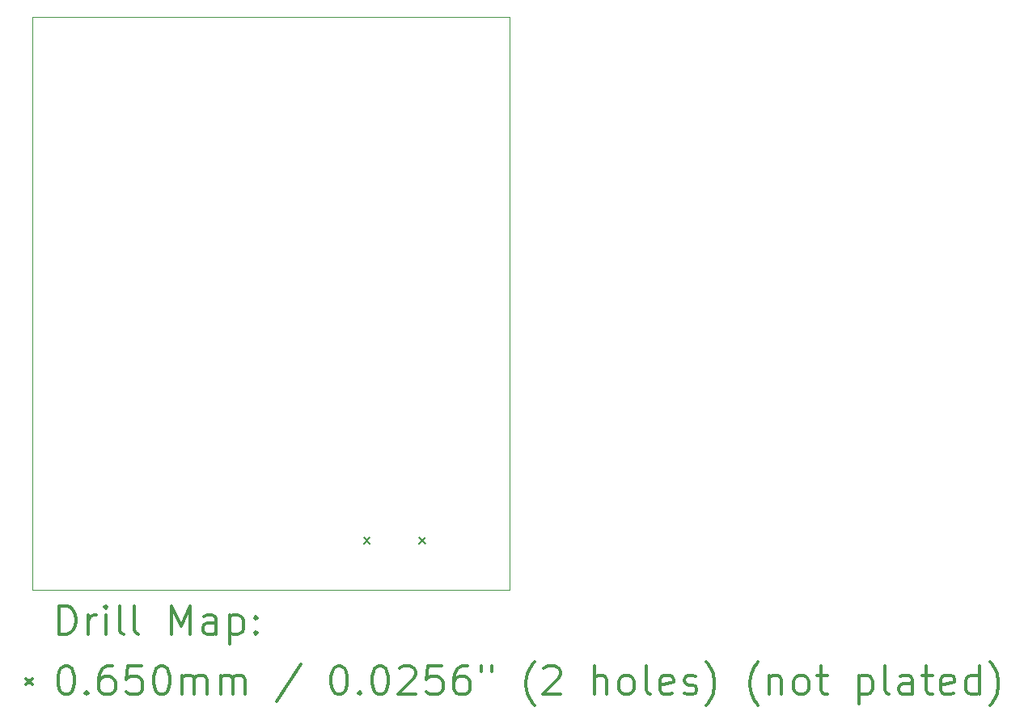
<source format=gbr>
%FSLAX45Y45*%
G04 Gerber Fmt 4.5, Leading zero omitted, Abs format (unit mm)*
G04 Created by KiCad (PCBNEW (5.1.10)-1) date 2021-10-24 18:32:05*
%MOMM*%
%LPD*%
G01*
G04 APERTURE LIST*
%TA.AperFunction,Profile*%
%ADD10C,0.038100*%
%TD*%
%ADD11C,0.200000*%
%ADD12C,0.300000*%
G04 APERTURE END LIST*
D10*
X11663400Y-13305760D02*
X11663400Y-7305760D01*
X16663400Y-13305760D02*
X11663400Y-13305760D01*
X16663400Y-7305760D02*
X16663400Y-13305760D01*
X11663400Y-7305760D02*
X16663400Y-7305760D01*
D11*
X15133500Y-12760000D02*
X15198500Y-12825000D01*
X15198500Y-12760000D02*
X15133500Y-12825000D01*
X15711500Y-12760000D02*
X15776500Y-12825000D01*
X15776500Y-12760000D02*
X15711500Y-12825000D01*
D12*
X11947923Y-13773379D02*
X11947923Y-13473379D01*
X12019352Y-13473379D01*
X12062209Y-13487665D01*
X12090781Y-13516236D01*
X12105066Y-13544808D01*
X12119352Y-13601951D01*
X12119352Y-13644808D01*
X12105066Y-13701951D01*
X12090781Y-13730522D01*
X12062209Y-13759094D01*
X12019352Y-13773379D01*
X11947923Y-13773379D01*
X12247923Y-13773379D02*
X12247923Y-13573379D01*
X12247923Y-13630522D02*
X12262209Y-13601951D01*
X12276495Y-13587665D01*
X12305066Y-13573379D01*
X12333638Y-13573379D01*
X12433638Y-13773379D02*
X12433638Y-13573379D01*
X12433638Y-13473379D02*
X12419352Y-13487665D01*
X12433638Y-13501951D01*
X12447923Y-13487665D01*
X12433638Y-13473379D01*
X12433638Y-13501951D01*
X12619352Y-13773379D02*
X12590781Y-13759094D01*
X12576495Y-13730522D01*
X12576495Y-13473379D01*
X12776495Y-13773379D02*
X12747923Y-13759094D01*
X12733638Y-13730522D01*
X12733638Y-13473379D01*
X13119352Y-13773379D02*
X13119352Y-13473379D01*
X13219352Y-13687665D01*
X13319352Y-13473379D01*
X13319352Y-13773379D01*
X13590781Y-13773379D02*
X13590781Y-13616236D01*
X13576495Y-13587665D01*
X13547923Y-13573379D01*
X13490781Y-13573379D01*
X13462209Y-13587665D01*
X13590781Y-13759094D02*
X13562209Y-13773379D01*
X13490781Y-13773379D01*
X13462209Y-13759094D01*
X13447923Y-13730522D01*
X13447923Y-13701951D01*
X13462209Y-13673379D01*
X13490781Y-13659094D01*
X13562209Y-13659094D01*
X13590781Y-13644808D01*
X13733638Y-13573379D02*
X13733638Y-13873379D01*
X13733638Y-13587665D02*
X13762209Y-13573379D01*
X13819352Y-13573379D01*
X13847923Y-13587665D01*
X13862209Y-13601951D01*
X13876495Y-13630522D01*
X13876495Y-13716236D01*
X13862209Y-13744808D01*
X13847923Y-13759094D01*
X13819352Y-13773379D01*
X13762209Y-13773379D01*
X13733638Y-13759094D01*
X14005066Y-13744808D02*
X14019352Y-13759094D01*
X14005066Y-13773379D01*
X13990781Y-13759094D01*
X14005066Y-13744808D01*
X14005066Y-13773379D01*
X14005066Y-13587665D02*
X14019352Y-13601951D01*
X14005066Y-13616236D01*
X13990781Y-13601951D01*
X14005066Y-13587665D01*
X14005066Y-13616236D01*
X11596495Y-14235165D02*
X11661495Y-14300165D01*
X11661495Y-14235165D02*
X11596495Y-14300165D01*
X12005066Y-14103379D02*
X12033638Y-14103379D01*
X12062209Y-14117665D01*
X12076495Y-14131951D01*
X12090781Y-14160522D01*
X12105066Y-14217665D01*
X12105066Y-14289094D01*
X12090781Y-14346236D01*
X12076495Y-14374808D01*
X12062209Y-14389094D01*
X12033638Y-14403379D01*
X12005066Y-14403379D01*
X11976495Y-14389094D01*
X11962209Y-14374808D01*
X11947923Y-14346236D01*
X11933638Y-14289094D01*
X11933638Y-14217665D01*
X11947923Y-14160522D01*
X11962209Y-14131951D01*
X11976495Y-14117665D01*
X12005066Y-14103379D01*
X12233638Y-14374808D02*
X12247923Y-14389094D01*
X12233638Y-14403379D01*
X12219352Y-14389094D01*
X12233638Y-14374808D01*
X12233638Y-14403379D01*
X12505066Y-14103379D02*
X12447923Y-14103379D01*
X12419352Y-14117665D01*
X12405066Y-14131951D01*
X12376495Y-14174808D01*
X12362209Y-14231951D01*
X12362209Y-14346236D01*
X12376495Y-14374808D01*
X12390781Y-14389094D01*
X12419352Y-14403379D01*
X12476495Y-14403379D01*
X12505066Y-14389094D01*
X12519352Y-14374808D01*
X12533638Y-14346236D01*
X12533638Y-14274808D01*
X12519352Y-14246236D01*
X12505066Y-14231951D01*
X12476495Y-14217665D01*
X12419352Y-14217665D01*
X12390781Y-14231951D01*
X12376495Y-14246236D01*
X12362209Y-14274808D01*
X12805066Y-14103379D02*
X12662209Y-14103379D01*
X12647923Y-14246236D01*
X12662209Y-14231951D01*
X12690781Y-14217665D01*
X12762209Y-14217665D01*
X12790781Y-14231951D01*
X12805066Y-14246236D01*
X12819352Y-14274808D01*
X12819352Y-14346236D01*
X12805066Y-14374808D01*
X12790781Y-14389094D01*
X12762209Y-14403379D01*
X12690781Y-14403379D01*
X12662209Y-14389094D01*
X12647923Y-14374808D01*
X13005066Y-14103379D02*
X13033638Y-14103379D01*
X13062209Y-14117665D01*
X13076495Y-14131951D01*
X13090781Y-14160522D01*
X13105066Y-14217665D01*
X13105066Y-14289094D01*
X13090781Y-14346236D01*
X13076495Y-14374808D01*
X13062209Y-14389094D01*
X13033638Y-14403379D01*
X13005066Y-14403379D01*
X12976495Y-14389094D01*
X12962209Y-14374808D01*
X12947923Y-14346236D01*
X12933638Y-14289094D01*
X12933638Y-14217665D01*
X12947923Y-14160522D01*
X12962209Y-14131951D01*
X12976495Y-14117665D01*
X13005066Y-14103379D01*
X13233638Y-14403379D02*
X13233638Y-14203379D01*
X13233638Y-14231951D02*
X13247923Y-14217665D01*
X13276495Y-14203379D01*
X13319352Y-14203379D01*
X13347923Y-14217665D01*
X13362209Y-14246236D01*
X13362209Y-14403379D01*
X13362209Y-14246236D02*
X13376495Y-14217665D01*
X13405066Y-14203379D01*
X13447923Y-14203379D01*
X13476495Y-14217665D01*
X13490781Y-14246236D01*
X13490781Y-14403379D01*
X13633638Y-14403379D02*
X13633638Y-14203379D01*
X13633638Y-14231951D02*
X13647923Y-14217665D01*
X13676495Y-14203379D01*
X13719352Y-14203379D01*
X13747923Y-14217665D01*
X13762209Y-14246236D01*
X13762209Y-14403379D01*
X13762209Y-14246236D02*
X13776495Y-14217665D01*
X13805066Y-14203379D01*
X13847923Y-14203379D01*
X13876495Y-14217665D01*
X13890781Y-14246236D01*
X13890781Y-14403379D01*
X14476495Y-14089094D02*
X14219352Y-14474808D01*
X14862209Y-14103379D02*
X14890781Y-14103379D01*
X14919352Y-14117665D01*
X14933638Y-14131951D01*
X14947923Y-14160522D01*
X14962209Y-14217665D01*
X14962209Y-14289094D01*
X14947923Y-14346236D01*
X14933638Y-14374808D01*
X14919352Y-14389094D01*
X14890781Y-14403379D01*
X14862209Y-14403379D01*
X14833638Y-14389094D01*
X14819352Y-14374808D01*
X14805066Y-14346236D01*
X14790781Y-14289094D01*
X14790781Y-14217665D01*
X14805066Y-14160522D01*
X14819352Y-14131951D01*
X14833638Y-14117665D01*
X14862209Y-14103379D01*
X15090781Y-14374808D02*
X15105066Y-14389094D01*
X15090781Y-14403379D01*
X15076495Y-14389094D01*
X15090781Y-14374808D01*
X15090781Y-14403379D01*
X15290781Y-14103379D02*
X15319352Y-14103379D01*
X15347923Y-14117665D01*
X15362209Y-14131951D01*
X15376495Y-14160522D01*
X15390781Y-14217665D01*
X15390781Y-14289094D01*
X15376495Y-14346236D01*
X15362209Y-14374808D01*
X15347923Y-14389094D01*
X15319352Y-14403379D01*
X15290781Y-14403379D01*
X15262209Y-14389094D01*
X15247923Y-14374808D01*
X15233638Y-14346236D01*
X15219352Y-14289094D01*
X15219352Y-14217665D01*
X15233638Y-14160522D01*
X15247923Y-14131951D01*
X15262209Y-14117665D01*
X15290781Y-14103379D01*
X15505066Y-14131951D02*
X15519352Y-14117665D01*
X15547923Y-14103379D01*
X15619352Y-14103379D01*
X15647923Y-14117665D01*
X15662209Y-14131951D01*
X15676495Y-14160522D01*
X15676495Y-14189094D01*
X15662209Y-14231951D01*
X15490781Y-14403379D01*
X15676495Y-14403379D01*
X15947923Y-14103379D02*
X15805066Y-14103379D01*
X15790781Y-14246236D01*
X15805066Y-14231951D01*
X15833638Y-14217665D01*
X15905066Y-14217665D01*
X15933638Y-14231951D01*
X15947923Y-14246236D01*
X15962209Y-14274808D01*
X15962209Y-14346236D01*
X15947923Y-14374808D01*
X15933638Y-14389094D01*
X15905066Y-14403379D01*
X15833638Y-14403379D01*
X15805066Y-14389094D01*
X15790781Y-14374808D01*
X16219352Y-14103379D02*
X16162209Y-14103379D01*
X16133638Y-14117665D01*
X16119352Y-14131951D01*
X16090781Y-14174808D01*
X16076495Y-14231951D01*
X16076495Y-14346236D01*
X16090781Y-14374808D01*
X16105066Y-14389094D01*
X16133638Y-14403379D01*
X16190781Y-14403379D01*
X16219352Y-14389094D01*
X16233638Y-14374808D01*
X16247923Y-14346236D01*
X16247923Y-14274808D01*
X16233638Y-14246236D01*
X16219352Y-14231951D01*
X16190781Y-14217665D01*
X16133638Y-14217665D01*
X16105066Y-14231951D01*
X16090781Y-14246236D01*
X16076495Y-14274808D01*
X16362209Y-14103379D02*
X16362209Y-14160522D01*
X16476495Y-14103379D02*
X16476495Y-14160522D01*
X16919352Y-14517665D02*
X16905066Y-14503379D01*
X16876495Y-14460522D01*
X16862209Y-14431951D01*
X16847923Y-14389094D01*
X16833638Y-14317665D01*
X16833638Y-14260522D01*
X16847923Y-14189094D01*
X16862209Y-14146236D01*
X16876495Y-14117665D01*
X16905066Y-14074808D01*
X16919352Y-14060522D01*
X17019352Y-14131951D02*
X17033638Y-14117665D01*
X17062209Y-14103379D01*
X17133638Y-14103379D01*
X17162209Y-14117665D01*
X17176495Y-14131951D01*
X17190781Y-14160522D01*
X17190781Y-14189094D01*
X17176495Y-14231951D01*
X17005066Y-14403379D01*
X17190781Y-14403379D01*
X17547923Y-14403379D02*
X17547923Y-14103379D01*
X17676495Y-14403379D02*
X17676495Y-14246236D01*
X17662209Y-14217665D01*
X17633638Y-14203379D01*
X17590781Y-14203379D01*
X17562209Y-14217665D01*
X17547923Y-14231951D01*
X17862209Y-14403379D02*
X17833638Y-14389094D01*
X17819352Y-14374808D01*
X17805066Y-14346236D01*
X17805066Y-14260522D01*
X17819352Y-14231951D01*
X17833638Y-14217665D01*
X17862209Y-14203379D01*
X17905066Y-14203379D01*
X17933638Y-14217665D01*
X17947923Y-14231951D01*
X17962209Y-14260522D01*
X17962209Y-14346236D01*
X17947923Y-14374808D01*
X17933638Y-14389094D01*
X17905066Y-14403379D01*
X17862209Y-14403379D01*
X18133638Y-14403379D02*
X18105066Y-14389094D01*
X18090781Y-14360522D01*
X18090781Y-14103379D01*
X18362209Y-14389094D02*
X18333638Y-14403379D01*
X18276495Y-14403379D01*
X18247923Y-14389094D01*
X18233638Y-14360522D01*
X18233638Y-14246236D01*
X18247923Y-14217665D01*
X18276495Y-14203379D01*
X18333638Y-14203379D01*
X18362209Y-14217665D01*
X18376495Y-14246236D01*
X18376495Y-14274808D01*
X18233638Y-14303379D01*
X18490781Y-14389094D02*
X18519352Y-14403379D01*
X18576495Y-14403379D01*
X18605066Y-14389094D01*
X18619352Y-14360522D01*
X18619352Y-14346236D01*
X18605066Y-14317665D01*
X18576495Y-14303379D01*
X18533638Y-14303379D01*
X18505066Y-14289094D01*
X18490781Y-14260522D01*
X18490781Y-14246236D01*
X18505066Y-14217665D01*
X18533638Y-14203379D01*
X18576495Y-14203379D01*
X18605066Y-14217665D01*
X18719352Y-14517665D02*
X18733638Y-14503379D01*
X18762209Y-14460522D01*
X18776495Y-14431951D01*
X18790781Y-14389094D01*
X18805066Y-14317665D01*
X18805066Y-14260522D01*
X18790781Y-14189094D01*
X18776495Y-14146236D01*
X18762209Y-14117665D01*
X18733638Y-14074808D01*
X18719352Y-14060522D01*
X19262209Y-14517665D02*
X19247923Y-14503379D01*
X19219352Y-14460522D01*
X19205066Y-14431951D01*
X19190781Y-14389094D01*
X19176495Y-14317665D01*
X19176495Y-14260522D01*
X19190781Y-14189094D01*
X19205066Y-14146236D01*
X19219352Y-14117665D01*
X19247923Y-14074808D01*
X19262209Y-14060522D01*
X19376495Y-14203379D02*
X19376495Y-14403379D01*
X19376495Y-14231951D02*
X19390781Y-14217665D01*
X19419352Y-14203379D01*
X19462209Y-14203379D01*
X19490781Y-14217665D01*
X19505066Y-14246236D01*
X19505066Y-14403379D01*
X19690781Y-14403379D02*
X19662209Y-14389094D01*
X19647923Y-14374808D01*
X19633638Y-14346236D01*
X19633638Y-14260522D01*
X19647923Y-14231951D01*
X19662209Y-14217665D01*
X19690781Y-14203379D01*
X19733638Y-14203379D01*
X19762209Y-14217665D01*
X19776495Y-14231951D01*
X19790781Y-14260522D01*
X19790781Y-14346236D01*
X19776495Y-14374808D01*
X19762209Y-14389094D01*
X19733638Y-14403379D01*
X19690781Y-14403379D01*
X19876495Y-14203379D02*
X19990781Y-14203379D01*
X19919352Y-14103379D02*
X19919352Y-14360522D01*
X19933638Y-14389094D01*
X19962209Y-14403379D01*
X19990781Y-14403379D01*
X20319352Y-14203379D02*
X20319352Y-14503379D01*
X20319352Y-14217665D02*
X20347923Y-14203379D01*
X20405066Y-14203379D01*
X20433638Y-14217665D01*
X20447923Y-14231951D01*
X20462209Y-14260522D01*
X20462209Y-14346236D01*
X20447923Y-14374808D01*
X20433638Y-14389094D01*
X20405066Y-14403379D01*
X20347923Y-14403379D01*
X20319352Y-14389094D01*
X20633638Y-14403379D02*
X20605066Y-14389094D01*
X20590781Y-14360522D01*
X20590781Y-14103379D01*
X20876495Y-14403379D02*
X20876495Y-14246236D01*
X20862209Y-14217665D01*
X20833638Y-14203379D01*
X20776495Y-14203379D01*
X20747923Y-14217665D01*
X20876495Y-14389094D02*
X20847923Y-14403379D01*
X20776495Y-14403379D01*
X20747923Y-14389094D01*
X20733638Y-14360522D01*
X20733638Y-14331951D01*
X20747923Y-14303379D01*
X20776495Y-14289094D01*
X20847923Y-14289094D01*
X20876495Y-14274808D01*
X20976495Y-14203379D02*
X21090781Y-14203379D01*
X21019352Y-14103379D02*
X21019352Y-14360522D01*
X21033638Y-14389094D01*
X21062209Y-14403379D01*
X21090781Y-14403379D01*
X21305066Y-14389094D02*
X21276495Y-14403379D01*
X21219352Y-14403379D01*
X21190781Y-14389094D01*
X21176495Y-14360522D01*
X21176495Y-14246236D01*
X21190781Y-14217665D01*
X21219352Y-14203379D01*
X21276495Y-14203379D01*
X21305066Y-14217665D01*
X21319352Y-14246236D01*
X21319352Y-14274808D01*
X21176495Y-14303379D01*
X21576495Y-14403379D02*
X21576495Y-14103379D01*
X21576495Y-14389094D02*
X21547923Y-14403379D01*
X21490781Y-14403379D01*
X21462209Y-14389094D01*
X21447923Y-14374808D01*
X21433638Y-14346236D01*
X21433638Y-14260522D01*
X21447923Y-14231951D01*
X21462209Y-14217665D01*
X21490781Y-14203379D01*
X21547923Y-14203379D01*
X21576495Y-14217665D01*
X21690781Y-14517665D02*
X21705066Y-14503379D01*
X21733638Y-14460522D01*
X21747923Y-14431951D01*
X21762209Y-14389094D01*
X21776495Y-14317665D01*
X21776495Y-14260522D01*
X21762209Y-14189094D01*
X21747923Y-14146236D01*
X21733638Y-14117665D01*
X21705066Y-14074808D01*
X21690781Y-14060522D01*
M02*

</source>
